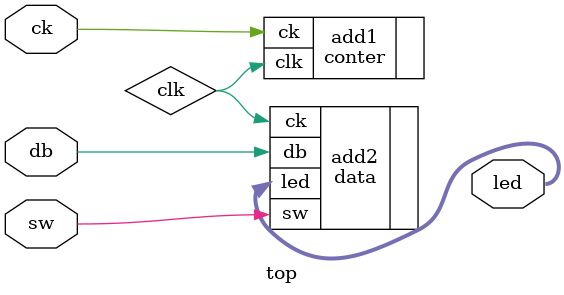
<source format=v>
module top(
	input ck,sw,db,
	output [17:0]led
);

wire clk;
//wire [17:0]led_;
//wire [17:0]data = 18'b010101010101010101;

//assign led = led_ & data;

/*always@(led_,data)
begin
	led = led_ & data;
end*/

conter add1(.ck(ck),.clk(clk));
data add2(.ck(clk),.sw(sw),.led(led),.db(db));

endmodule

</source>
